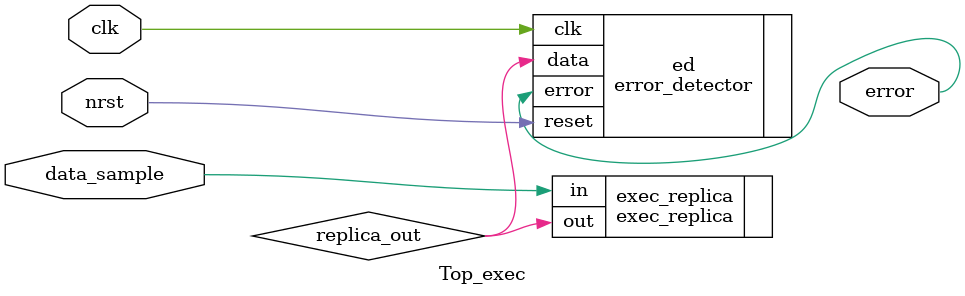
<source format=v>
module Top_exec (
    input clk,
    input nrst,
    input data_sample,
    output error
);

    wire replica_out;
    exec_replica exec_replica(
        .in(data_sample),
        .out(replica_out)
    );
    error_detector ed(
        .data(replica_out),
        .clk(clk),
        .reset(nrst),
        .error(error)
    ); 
endmodule
</source>
